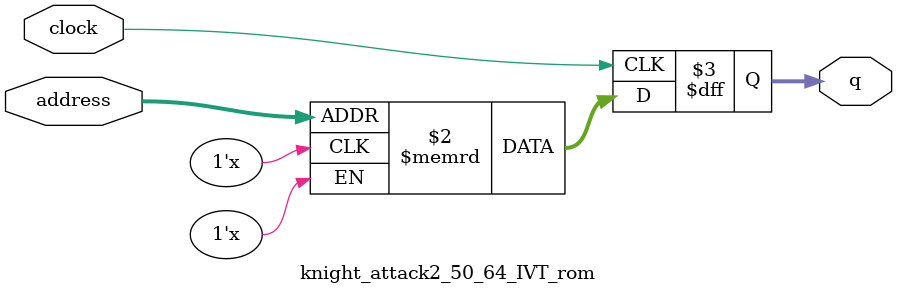
<source format=sv>
module knight_attack2_50_64_IVT_rom (
	input logic clock,
	input logic [11:0] address,
	output logic [2:0] q
);

logic [2:0] memory [0:3199] /* synthesis ram_init_file = "./knight_attack2_50_64_IVT/knight_attack2_50_64_IVT.mif" */;

always_ff @ (posedge clock) begin
	q <= memory[address];
end

endmodule

</source>
